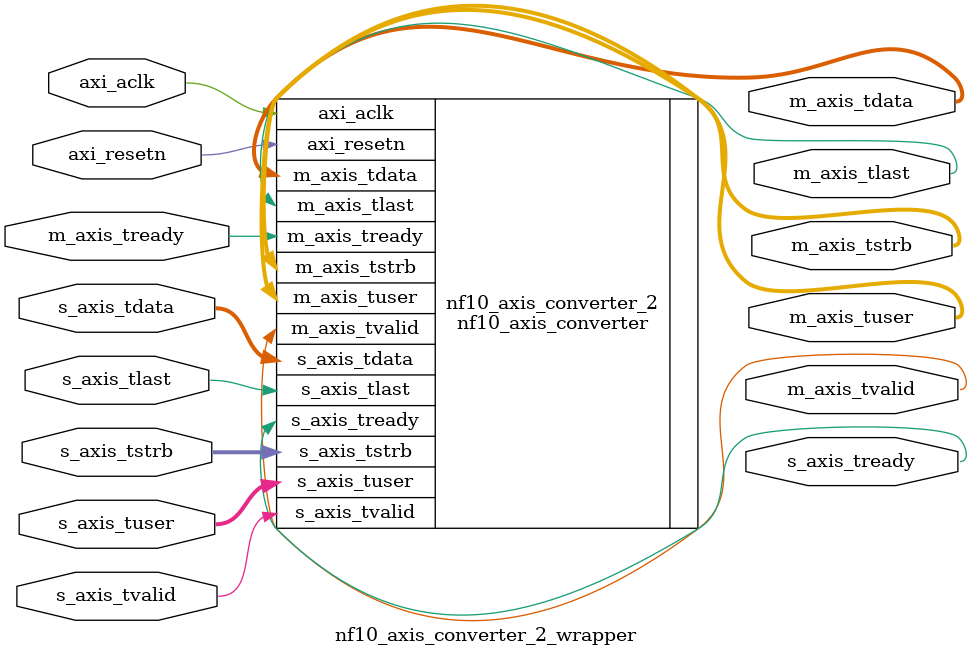
<source format=v>

module nf10_axis_converter_2_wrapper
  (
    axi_aclk,
    axi_resetn,
    m_axis_tdata,
    m_axis_tstrb,
    m_axis_tuser,
    m_axis_tvalid,
    m_axis_tready,
    m_axis_tlast,
    s_axis_tdata,
    s_axis_tstrb,
    s_axis_tuser,
    s_axis_tvalid,
    s_axis_tready,
    s_axis_tlast
  );
  input axi_aclk;
  input axi_resetn;
  output [255:0] m_axis_tdata;
  output [31:0] m_axis_tstrb;
  output [127:0] m_axis_tuser;
  output m_axis_tvalid;
  input m_axis_tready;
  output m_axis_tlast;
  input [63:0] s_axis_tdata;
  input [7:0] s_axis_tstrb;
  input [127:0] s_axis_tuser;
  input s_axis_tvalid;
  output s_axis_tready;
  input s_axis_tlast;

  nf10_axis_converter
    #(
      .C_M_AXIS_DATA_WIDTH ( 256 ),
      .C_S_AXIS_DATA_WIDTH ( 64 ),
      .C_M_AXIS_TUSER_WIDTH ( 128 ),
      .C_S_AXIS_TUSER_WIDTH ( 128 ),
      .C_LEN_WIDTH ( 16 ),
      .C_SPT_WIDTH ( 8 ),
      .C_DPT_WIDTH ( 8 ),
      .C_DEFAULT_VALUE_ENABLE ( 0 ),
      .C_DEFAULT_SRC_PORT ( 8'h00 ),
      .C_DEFAULT_DST_PORT ( 8'h00 )
    )
    nf10_axis_converter_2 (
      .axi_aclk ( axi_aclk ),
      .axi_resetn ( axi_resetn ),
      .m_axis_tdata ( m_axis_tdata ),
      .m_axis_tstrb ( m_axis_tstrb ),
      .m_axis_tuser ( m_axis_tuser ),
      .m_axis_tvalid ( m_axis_tvalid ),
      .m_axis_tready ( m_axis_tready ),
      .m_axis_tlast ( m_axis_tlast ),
      .s_axis_tdata ( s_axis_tdata ),
      .s_axis_tstrb ( s_axis_tstrb ),
      .s_axis_tuser ( s_axis_tuser ),
      .s_axis_tvalid ( s_axis_tvalid ),
      .s_axis_tready ( s_axis_tready ),
      .s_axis_tlast ( s_axis_tlast )
    );

endmodule


</source>
